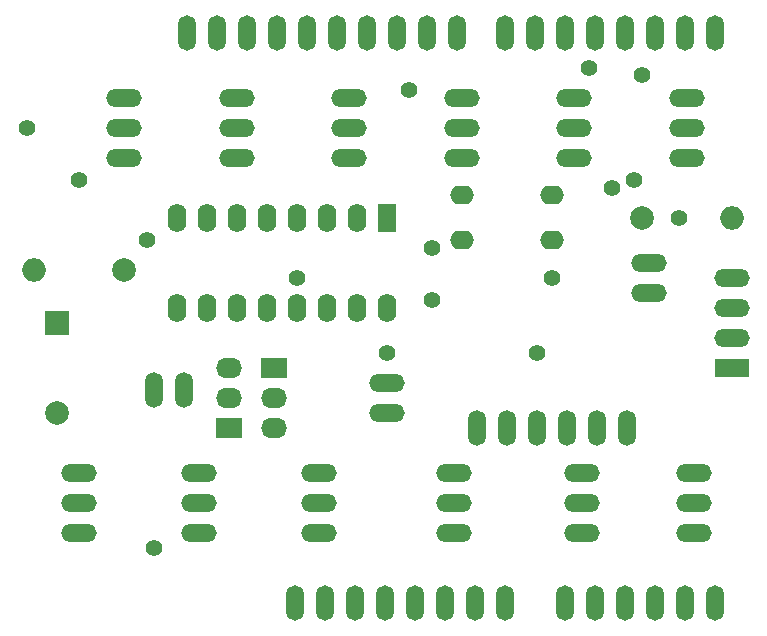
<source format=gbr>
G04 #@! TF.FileFunction,Soldermask,Top*
%FSLAX46Y46*%
G04 Gerber Fmt 4.6, Leading zero omitted, Abs format (unit mm)*
G04 Created by KiCad (PCBNEW 4.0.4-stable) date 06/07/18 19:23:55*
%MOMM*%
%LPD*%
G01*
G04 APERTURE LIST*
%ADD10C,0.100000*%
%ADD11O,3.010000X1.510000*%
%ADD12O,1.510000X3.000000*%
%ADD13R,1.600000X2.400000*%
%ADD14O,1.600000X2.400000*%
%ADD15R,2.000000X2.000000*%
%ADD16C,2.000000*%
%ADD17R,3.000000X1.510000*%
%ADD18O,3.000000X1.510000*%
%ADD19O,1.510000X3.010000*%
%ADD20O,2.000000X1.600000*%
%ADD21O,2.000000X2.000000*%
%ADD22R,2.200000X1.700000*%
%ADD23O,2.200000X1.700000*%
%ADD24C,1.400000*%
G04 APERTURE END LIST*
D10*
D11*
X172085000Y-102870000D03*
X172085000Y-100330000D03*
X149860000Y-113030000D03*
X149860000Y-110490000D03*
D12*
X142151100Y-129133600D03*
X147231100Y-129133600D03*
X149771100Y-129133600D03*
X152311100Y-129133600D03*
X154851100Y-129133600D03*
X157391100Y-129133600D03*
X159931100Y-129133600D03*
X165011100Y-129133600D03*
X175171100Y-129133600D03*
X177711100Y-129133600D03*
X177711100Y-80873600D03*
X140627100Y-80873600D03*
X138087100Y-80873600D03*
X135547100Y-80873600D03*
X133007100Y-80873600D03*
X144691100Y-129133600D03*
X167551100Y-129133600D03*
X170091100Y-129133600D03*
X172631100Y-129133600D03*
X175171100Y-80873600D03*
X172631100Y-80873600D03*
X170091100Y-80873600D03*
X167551100Y-80873600D03*
X165011100Y-80873600D03*
X162471100Y-80873600D03*
X159931100Y-80873600D03*
X155867100Y-80873600D03*
X153327100Y-80873600D03*
X150787100Y-80873600D03*
X148247100Y-80873600D03*
X145707100Y-80873600D03*
X143167100Y-80873600D03*
D13*
X149860000Y-96520000D03*
D14*
X132080000Y-104140000D03*
X147320000Y-96520000D03*
X134620000Y-104140000D03*
X144780000Y-96520000D03*
X137160000Y-104140000D03*
X142240000Y-96520000D03*
X139700000Y-104140000D03*
X139700000Y-96520000D03*
X142240000Y-104140000D03*
X137160000Y-96520000D03*
X144780000Y-104140000D03*
X134620000Y-96520000D03*
X147320000Y-104140000D03*
X132080000Y-96520000D03*
X149860000Y-104140000D03*
D15*
X121920000Y-105410000D03*
D16*
X121920000Y-113010000D03*
D17*
X179070000Y-109220000D03*
D18*
X179070000Y-106680000D03*
X179070000Y-104140000D03*
X179070000Y-101600000D03*
D19*
X170180000Y-114300000D03*
X167640000Y-114300000D03*
X165100000Y-114300000D03*
X162560000Y-114300000D03*
X160020000Y-114300000D03*
X157480000Y-114300000D03*
D20*
X156210000Y-98425000D03*
X163830000Y-98425000D03*
X163830000Y-94615000D03*
X156210000Y-94615000D03*
D11*
X123825000Y-123190000D03*
X123825000Y-120650000D03*
X123825000Y-118110000D03*
X133985000Y-123190000D03*
X133985000Y-120650000D03*
X133985000Y-118110000D03*
X144145000Y-123190000D03*
X144145000Y-120650000D03*
X144145000Y-118110000D03*
X155575000Y-123190000D03*
X155575000Y-120650000D03*
X155575000Y-118110000D03*
X166370000Y-123190000D03*
X166370000Y-120650000D03*
X166370000Y-118110000D03*
X175895000Y-123190000D03*
X175895000Y-120650000D03*
X175895000Y-118110000D03*
D16*
X171450000Y-96520000D03*
D21*
X179070000Y-96520000D03*
D16*
X127635000Y-100965000D03*
D21*
X120015000Y-100965000D03*
D11*
X156210000Y-86360000D03*
X156210000Y-88900000D03*
X156210000Y-91440000D03*
X146685000Y-86360000D03*
X146685000Y-88900000D03*
X146685000Y-91440000D03*
X137160000Y-86360000D03*
X137160000Y-88900000D03*
X137160000Y-91440000D03*
X127635000Y-86360000D03*
X127635000Y-88900000D03*
X127635000Y-91440000D03*
X165735000Y-86360000D03*
X165735000Y-88900000D03*
X165735000Y-91440000D03*
X175260000Y-86360000D03*
X175260000Y-88900000D03*
X175260000Y-91440000D03*
D22*
X140335000Y-109220000D03*
D23*
X140335000Y-111760000D03*
X140335000Y-114300000D03*
D19*
X132715000Y-111125000D03*
X130175000Y-111125000D03*
D22*
X136525000Y-114300000D03*
D23*
X136525000Y-111760000D03*
X136525000Y-109220000D03*
D24*
X119380000Y-88900000D03*
X149860000Y-107950000D03*
X130175000Y-124460000D03*
X142240000Y-101600000D03*
X163830000Y-101600000D03*
X123825000Y-93345000D03*
X153670000Y-103505000D03*
X153670000Y-99060000D03*
X168910000Y-93980000D03*
X151765000Y-85725000D03*
X129540000Y-98425000D03*
X167005000Y-83820000D03*
X162560000Y-107950000D03*
X174625000Y-96520000D03*
X170815000Y-93345000D03*
X171450000Y-84455000D03*
M02*

</source>
